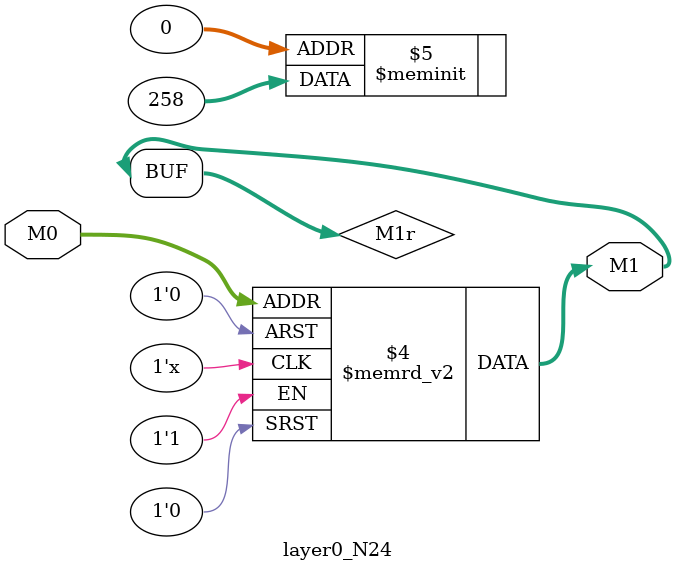
<source format=v>
module layer0_N24 ( input [3:0] M0, output [1:0] M1 );

	(*rom_style = "distributed" *) reg [1:0] M1r;
	assign M1 = M1r;
	always @ (M0) begin
		case (M0)
			4'b0000: M1r = 2'b10;
			4'b1000: M1r = 2'b00;
			4'b0100: M1r = 2'b01;
			4'b1100: M1r = 2'b00;
			4'b0010: M1r = 2'b00;
			4'b1010: M1r = 2'b00;
			4'b0110: M1r = 2'b00;
			4'b1110: M1r = 2'b00;
			4'b0001: M1r = 2'b00;
			4'b1001: M1r = 2'b00;
			4'b0101: M1r = 2'b00;
			4'b1101: M1r = 2'b00;
			4'b0011: M1r = 2'b00;
			4'b1011: M1r = 2'b00;
			4'b0111: M1r = 2'b00;
			4'b1111: M1r = 2'b00;

		endcase
	end
endmodule

</source>
